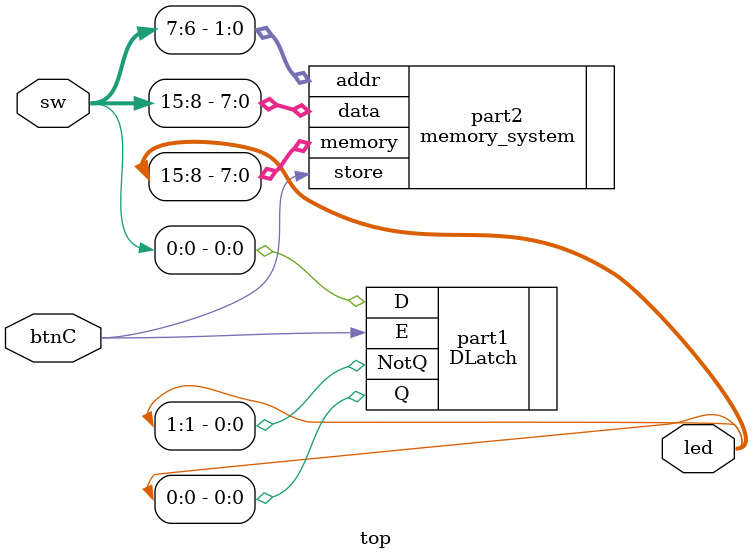
<source format=v>
`timescale 1ns / 1ps


module top(
    input [15:0] sw,
    input btnC,
    output [15:0] led
);

 

    DLatch part1(
        .D(sw[0]),
        .Q(led[0]),
        .NotQ(led[1]),
        .E(btnC)
    );
    memory_system part2(
        .data(sw[15:8]),
        .addr(sw[7:6]),
        .store(btnC),
        .memory(led[15:8])
    );

endmodule

</source>
